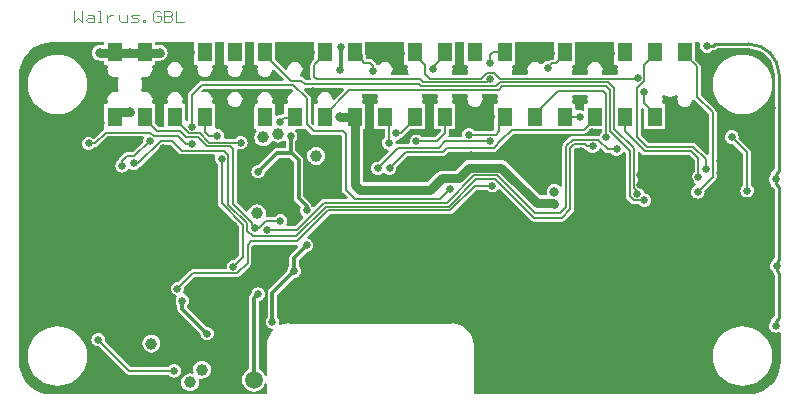
<source format=gbl>
G04 Layer_Physical_Order=2*
G04 Layer_Color=65280*
%FSLAX43Y43*%
%MOMM*%
G71*
G01*
G75*
%ADD47C,0.800*%
%ADD48C,0.152*%
%ADD49C,0.300*%
%ADD50C,0.200*%
%ADD51C,0.250*%
%ADD58C,0.125*%
%ADD59C,1.000*%
%ADD60C,1.500*%
%ADD61R,1.500X1.500*%
%ADD62C,0.800*%
%ADD63C,0.635*%
%ADD64R,1.270X1.650*%
G36*
X30652Y25588D02*
X30668Y25540D01*
X30609Y25396D01*
X30587Y25230D01*
X30609Y25064D01*
X30638Y24993D01*
X30542Y24840D01*
X30345D01*
Y22690D01*
X31217D01*
Y22010D01*
X31145Y21955D01*
X31054Y21836D01*
X30997Y21698D01*
X30978Y21550D01*
X30997Y21402D01*
X31054Y21264D01*
X31145Y21145D01*
X31264Y21054D01*
X31402Y20997D01*
X31520Y20982D01*
X31566Y20902D01*
X31583Y20828D01*
X30715Y19961D01*
X30625Y19972D01*
X30477Y19953D01*
X30339Y19896D01*
X30220Y19805D01*
X30129Y19686D01*
X30072Y19548D01*
X30053Y19400D01*
X30072Y19252D01*
X30129Y19114D01*
X30220Y18995D01*
X30339Y18904D01*
X30477Y18847D01*
X30625Y18828D01*
X30773Y18847D01*
X30911Y18904D01*
X31030Y18995D01*
X31220D01*
X31339Y18904D01*
X31477Y18847D01*
X31625Y18828D01*
X31773Y18847D01*
X31911Y18904D01*
X32030Y18995D01*
X32121Y19114D01*
X32178Y19252D01*
X32197Y19400D01*
X32186Y19490D01*
X33138Y20442D01*
X36125D01*
X36252Y20468D01*
X36360Y20540D01*
X36613Y20792D01*
X40450D01*
X40577Y20818D01*
X40685Y20890D01*
X41323Y21527D01*
X42138Y22342D01*
X48100D01*
X48227Y22368D01*
X48335Y22440D01*
X48585Y22690D01*
X49642D01*
Y22485D01*
X49570Y22430D01*
X49479Y22311D01*
X49460Y22264D01*
X49420Y22173D01*
X49275Y22158D01*
X47125D01*
X46998Y22132D01*
X46890Y22060D01*
X46340Y21510D01*
X46268Y21402D01*
X46242Y21275D01*
Y17874D01*
X46090Y17822D01*
X46039Y17889D01*
X45903Y17993D01*
X45745Y18058D01*
X45575Y18081D01*
X45405Y18058D01*
X45247Y17993D01*
X45111Y17889D01*
X45007Y17753D01*
X44942Y17595D01*
X44919Y17425D01*
X44941Y17258D01*
X44944Y17226D01*
X44848Y17106D01*
X44372D01*
X41564Y19914D01*
X41428Y20018D01*
X41270Y20083D01*
X41100Y20106D01*
X38375D01*
X38205Y20083D01*
X38047Y20018D01*
X37911Y19914D01*
X37203Y19206D01*
X36075D01*
X35905Y19183D01*
X35747Y19118D01*
X35611Y19014D01*
X34803Y18206D01*
X29397D01*
X29346Y18257D01*
Y22690D01*
X29575D01*
Y24840D01*
X29378D01*
X29282Y24993D01*
X29311Y25064D01*
X29333Y25230D01*
X29311Y25396D01*
X29252Y25540D01*
X29268Y25588D01*
X29331Y25692D01*
X30589D01*
X30652Y25588D01*
D02*
G37*
G36*
X48428Y25490D02*
X48389Y25396D01*
X48367Y25230D01*
X48389Y25064D01*
X48418Y24993D01*
X48322Y24840D01*
X48125D01*
Y24356D01*
X47972Y24287D01*
X47873Y24328D01*
X47725Y24347D01*
X47577Y24328D01*
X47507Y24299D01*
X47355Y24386D01*
Y24840D01*
X47158D01*
X47062Y24993D01*
X47091Y25064D01*
X47113Y25230D01*
X47091Y25396D01*
X47052Y25490D01*
X47135Y25642D01*
X48345D01*
X48428Y25490D01*
D02*
G37*
G36*
X27781Y26051D02*
X26943Y25214D01*
X26897Y25219D01*
X26787Y25273D01*
X26771Y25396D01*
X26707Y25552D01*
X26605Y25685D01*
X26472Y25787D01*
X26316Y25851D01*
X26150Y25873D01*
X25984Y25851D01*
X25829Y25787D01*
X25695Y25685D01*
X25593Y25552D01*
X25529Y25396D01*
X25507Y25230D01*
X25529Y25064D01*
X25558Y24993D01*
X25462Y24840D01*
X25265D01*
Y23155D01*
X25124Y23096D01*
X24967Y23253D01*
Y25325D01*
X24967Y25325D01*
X24942Y25452D01*
X24870Y25560D01*
X24385Y26045D01*
X24407Y26125D01*
X24453Y26192D01*
X27723D01*
X27781Y26051D01*
D02*
G37*
G36*
X40812Y25588D02*
X40828Y25540D01*
X40769Y25396D01*
X40747Y25230D01*
X40769Y25064D01*
X40798Y24993D01*
X40702Y24840D01*
X40505D01*
Y22690D01*
X40397Y22583D01*
X38810D01*
X38755Y22655D01*
X38636Y22746D01*
X38498Y22803D01*
X38350Y22822D01*
X38202Y22803D01*
X38064Y22746D01*
X37945Y22655D01*
X37854Y22536D01*
X37797Y22398D01*
X37778Y22250D01*
X37789Y22160D01*
X37689Y22008D01*
X36602D01*
X36567Y22092D01*
X36552Y22160D01*
X36617Y22258D01*
X36643Y22385D01*
Y22690D01*
X37195D01*
Y24840D01*
X36998D01*
X36902Y24993D01*
X36931Y25064D01*
X36953Y25230D01*
X36931Y25396D01*
X36872Y25540D01*
X36888Y25588D01*
X36951Y25692D01*
X38209D01*
X38272Y25588D01*
X38288Y25540D01*
X38229Y25396D01*
X38207Y25230D01*
X38229Y25064D01*
X38293Y24909D01*
X38395Y24775D01*
X38528Y24673D01*
X38684Y24609D01*
X38850Y24587D01*
X39016Y24609D01*
X39172Y24673D01*
X39305Y24775D01*
X39407Y24909D01*
X39471Y25064D01*
X39493Y25230D01*
X39471Y25396D01*
X39412Y25540D01*
X39428Y25588D01*
X39491Y25692D01*
X40749D01*
X40812Y25588D01*
D02*
G37*
G36*
X54834Y25589D02*
X55088Y25484D01*
X55360Y25448D01*
X55632Y25484D01*
X55886Y25589D01*
X55907Y25606D01*
X55929Y25598D01*
X56013Y25406D01*
X56009Y25396D01*
X55987Y25230D01*
X56009Y25064D01*
X56073Y24909D01*
X56175Y24775D01*
X56308Y24673D01*
X56464Y24609D01*
X56630Y24587D01*
X56796Y24609D01*
X56951Y24673D01*
X57085Y24775D01*
X57187Y24909D01*
X57251Y25064D01*
X57263Y25155D01*
X57299Y25179D01*
X57424Y25206D01*
X58642Y23987D01*
Y20594D01*
X58490Y20531D01*
X57585Y21435D01*
X57477Y21507D01*
X57350Y21533D01*
X53563D01*
X52933Y22163D01*
Y24456D01*
X53085Y24519D01*
X53205Y24400D01*
Y22690D01*
X54975D01*
Y24840D01*
X54778D01*
X54682Y24993D01*
X54711Y25064D01*
X54733Y25230D01*
X54711Y25396D01*
X54707Y25406D01*
X54791Y25598D01*
X54813Y25606D01*
X54834Y25589D01*
D02*
G37*
G36*
X24965Y22315D02*
X25073Y22243D01*
X25200Y22217D01*
X27543D01*
X27609Y22151D01*
Y17558D01*
X27634Y17431D01*
X27706Y17323D01*
X28081Y16949D01*
X28023Y16808D01*
X26075D01*
X25948Y16782D01*
X25840Y16710D01*
X25840Y16710D01*
X25241Y16112D01*
X25065Y16151D01*
X25005Y16230D01*
X24995Y16237D01*
X24977Y16330D01*
X24888Y16463D01*
X24888Y16463D01*
X24333Y17018D01*
Y20062D01*
X24302Y20219D01*
X24213Y20351D01*
X24213Y20351D01*
X23658Y20906D01*
Y21724D01*
X23746Y21839D01*
X23803Y21977D01*
X23822Y22125D01*
X23803Y22273D01*
X23746Y22411D01*
X23655Y22530D01*
X23645Y22538D01*
X23696Y22690D01*
X24495D01*
Y22690D01*
X24562Y22718D01*
X24965Y22315D01*
D02*
G37*
G36*
X35732Y25588D02*
X35748Y25540D01*
X35689Y25396D01*
X35667Y25230D01*
X35689Y25064D01*
X35718Y24993D01*
X35622Y24840D01*
X35425D01*
Y22690D01*
X35977D01*
Y22523D01*
X35487Y22033D01*
X34360D01*
X34305Y22105D01*
X34186Y22196D01*
X34048Y22253D01*
X33900Y22272D01*
X33752Y22253D01*
X33614Y22196D01*
X33495Y22105D01*
X33404Y21986D01*
X33347Y21848D01*
X33328Y21700D01*
X33343Y21585D01*
X33253Y21433D01*
X32325D01*
X32259Y21420D01*
X32134Y21513D01*
X32120Y21536D01*
X32122Y21550D01*
X32108Y21658D01*
X32145Y21737D01*
X32222Y21809D01*
X32323Y21822D01*
X32461Y21879D01*
X32580Y21970D01*
X32646Y22056D01*
X32702Y22068D01*
X32810Y22140D01*
X33360Y22690D01*
X34655D01*
Y24840D01*
X34458D01*
X34362Y24993D01*
X34391Y25064D01*
X34413Y25230D01*
X34391Y25396D01*
X34332Y25540D01*
X34348Y25588D01*
X34411Y25692D01*
X35669D01*
X35732Y25588D01*
D02*
G37*
G36*
X23479Y26010D02*
X23455Y25902D01*
X23428Y25845D01*
X23288Y25787D01*
X23155Y25685D01*
X23053Y25552D01*
X22989Y25396D01*
X22967Y25230D01*
X22989Y25064D01*
X23018Y24993D01*
X22922Y24840D01*
X22725D01*
Y24102D01*
X22650Y23983D01*
X22523Y23957D01*
X22451Y23909D01*
X22350Y23922D01*
X22202Y23903D01*
X22108Y23864D01*
X21955Y23936D01*
Y24840D01*
X21758D01*
X21662Y24993D01*
X21691Y25064D01*
X21713Y25230D01*
X21691Y25396D01*
X21627Y25552D01*
X21525Y25685D01*
X21392Y25787D01*
X21236Y25851D01*
X21070Y25873D01*
X20904Y25851D01*
X20749Y25787D01*
X20615Y25685D01*
X20513Y25552D01*
X20449Y25396D01*
X20427Y25230D01*
X20449Y25064D01*
X20478Y24993D01*
X20382Y24840D01*
X20185D01*
Y22690D01*
X20309D01*
X20351Y22623D01*
X20373Y22538D01*
X20270Y22403D01*
X20194Y22221D01*
X20169Y22025D01*
X20194Y21829D01*
X20270Y21647D01*
X20390Y21490D01*
X20547Y21370D01*
X20729Y21294D01*
X20925Y21269D01*
X21121Y21294D01*
X21303Y21370D01*
X21460Y21490D01*
X21579Y21645D01*
X21580Y21647D01*
X21765Y21694D01*
X21797Y21670D01*
X21979Y21594D01*
X22175Y21569D01*
X22371Y21594D01*
X22553Y21670D01*
X22640Y21737D01*
X22820Y21731D01*
X22842Y21712D01*
Y21118D01*
X22085D01*
X21929Y21087D01*
X21797Y20998D01*
X21797Y20998D01*
X20495Y19697D01*
X20352Y19678D01*
X20214Y19621D01*
X20095Y19530D01*
X20004Y19411D01*
X19947Y19273D01*
X19928Y19125D01*
X19947Y18977D01*
X20004Y18839D01*
X20095Y18720D01*
X20214Y18629D01*
X20352Y18572D01*
X20500Y18553D01*
X20648Y18572D01*
X20786Y18629D01*
X20905Y18720D01*
X20996Y18839D01*
X21053Y18977D01*
X21072Y19120D01*
X22254Y20302D01*
X23109D01*
X23517Y19894D01*
Y16849D01*
X23517Y16849D01*
X23548Y16693D01*
X23637Y16561D01*
X24099Y16098D01*
X24047Y15973D01*
X24028Y15825D01*
X24047Y15677D01*
X24104Y15539D01*
X24195Y15420D01*
X24274Y15360D01*
X24313Y15184D01*
X23637Y14508D01*
X22943D01*
X22868Y14660D01*
X22871Y14664D01*
X22928Y14802D01*
X22947Y14950D01*
X22928Y15098D01*
X22871Y15236D01*
X22780Y15355D01*
X22661Y15446D01*
X22523Y15503D01*
X22375Y15522D01*
X22227Y15503D01*
X22089Y15446D01*
X21970Y15355D01*
X21915Y15283D01*
X21245D01*
X21166Y15367D01*
X21141Y15404D01*
X21134Y15430D01*
X21156Y15600D01*
X21131Y15796D01*
X21055Y15978D01*
X20935Y16135D01*
X20778Y16255D01*
X20596Y16331D01*
X20400Y16356D01*
X20204Y16331D01*
X20022Y16255D01*
X19865Y16135D01*
X19745Y15978D01*
X19669Y15796D01*
X19666Y15770D01*
X19505Y15715D01*
X18683Y16538D01*
Y20937D01*
X18814Y21038D01*
X18831Y21041D01*
X18877Y21022D01*
X19025Y21003D01*
X19173Y21022D01*
X19311Y21079D01*
X19430Y21170D01*
X19521Y21289D01*
X19578Y21427D01*
X19597Y21575D01*
X19578Y21723D01*
X19521Y21861D01*
X19430Y21980D01*
X19311Y22071D01*
X19173Y22128D01*
X19025Y22147D01*
X18877Y22128D01*
X18739Y22071D01*
X18620Y21980D01*
X18565Y21908D01*
X17711D01*
X17611Y22060D01*
X17622Y22150D01*
X17603Y22298D01*
X17546Y22436D01*
X17455Y22555D01*
X17336Y22646D01*
X17198Y22703D01*
X17050Y22722D01*
X17028Y22719D01*
X16875Y22850D01*
Y24840D01*
X16678D01*
X16582Y24993D01*
X16611Y25064D01*
X16633Y25230D01*
X16611Y25396D01*
X16547Y25552D01*
X16445Y25685D01*
X16312Y25787D01*
X16156Y25851D01*
X15990Y25873D01*
X15824Y25851D01*
X15761Y25825D01*
X15675Y25955D01*
X15863Y26142D01*
X23347D01*
X23479Y26010D01*
D02*
G37*
G36*
X32885Y28160D02*
X33082D01*
X33178Y28007D01*
X33149Y27936D01*
X33127Y27770D01*
X33149Y27604D01*
X33213Y27448D01*
X33243Y27410D01*
X33167Y27258D01*
X31833D01*
X31757Y27410D01*
X31787Y27448D01*
X31851Y27604D01*
X31873Y27770D01*
X31851Y27936D01*
X31787Y28091D01*
X31685Y28225D01*
X31552Y28327D01*
X31396Y28391D01*
X31230Y28413D01*
X31064Y28391D01*
X30909Y28327D01*
X30775Y28225D01*
X30731Y28166D01*
X30664Y28120D01*
X30518Y28176D01*
X30507Y28227D01*
X30435Y28335D01*
X30210Y28560D01*
X30102Y28632D01*
X29975Y28658D01*
X29613D01*
X29593Y28678D01*
Y28965D01*
X29593Y28965D01*
X29575Y29054D01*
Y30069D01*
X32885D01*
Y28160D01*
D02*
G37*
G36*
X45585Y28608D02*
X45375D01*
X45248Y28582D01*
X45140Y28510D01*
X45090Y28461D01*
X45000Y28472D01*
X44852Y28453D01*
X44714Y28396D01*
X44595Y28305D01*
X44555Y28253D01*
X44417Y28230D01*
X44384Y28234D01*
X44362Y28242D01*
X44251Y28327D01*
X44096Y28391D01*
X43930Y28413D01*
X43764Y28391D01*
X43609Y28327D01*
X43475Y28225D01*
X43373Y28091D01*
X43309Y27936D01*
X43287Y27770D01*
X43309Y27604D01*
X43358Y27485D01*
X43290Y27333D01*
X42030D01*
X41962Y27485D01*
X42011Y27604D01*
X42033Y27770D01*
X42011Y27936D01*
X41982Y28007D01*
X42078Y28160D01*
X42275D01*
Y30069D01*
X45585D01*
Y28608D01*
D02*
G37*
G36*
X50665Y28160D02*
X50862D01*
X50958Y28007D01*
X50929Y27936D01*
X50907Y27770D01*
X50929Y27604D01*
X50978Y27485D01*
X50910Y27333D01*
X49650D01*
X49582Y27485D01*
X49631Y27604D01*
X49653Y27770D01*
X49631Y27936D01*
X49567Y28091D01*
X49465Y28225D01*
X49332Y28327D01*
X49176Y28391D01*
X49010Y28413D01*
X48844Y28391D01*
X48688Y28327D01*
X48555Y28225D01*
X48453Y28091D01*
X48389Y27936D01*
X48367Y27770D01*
X48389Y27604D01*
X48438Y27485D01*
X48370Y27333D01*
X47110D01*
X47042Y27485D01*
X47091Y27604D01*
X47113Y27770D01*
X47091Y27936D01*
X47062Y28007D01*
X47158Y28160D01*
X47355D01*
Y30069D01*
X50665D01*
Y28160D01*
D02*
G37*
G36*
X37965D02*
X38162D01*
X38258Y28007D01*
X38229Y27936D01*
X38207Y27770D01*
X38229Y27604D01*
X38278Y27485D01*
X38210Y27333D01*
X36950D01*
X36882Y27485D01*
X36931Y27604D01*
X36953Y27770D01*
X36931Y27936D01*
X36902Y28007D01*
X36998Y28160D01*
X37195D01*
Y30069D01*
X37965D01*
Y28160D01*
D02*
G37*
G36*
X25265Y28610D02*
X25015Y28360D01*
X24943Y28252D01*
X24917Y28125D01*
Y27125D01*
X24940Y27010D01*
X24938Y26991D01*
X24853Y26858D01*
X24563D01*
X24360Y27060D01*
X24252Y27132D01*
X24125Y27158D01*
X24110D01*
X24058Y27310D01*
X24065Y27315D01*
X24167Y27448D01*
X24231Y27604D01*
X24253Y27770D01*
X24231Y27936D01*
X24167Y28091D01*
X24065Y28225D01*
X23931Y28327D01*
X23776Y28391D01*
X23610Y28413D01*
X23444Y28391D01*
X23288Y28327D01*
X23155Y28225D01*
X23053Y28091D01*
X22989Y27936D01*
X22970Y27791D01*
X22910Y27753D01*
X22819Y27727D01*
X21955Y28590D01*
Y30069D01*
X25265D01*
Y28610D01*
D02*
G37*
G36*
X3000Y30069D02*
X3000Y30069D01*
X7485D01*
Y29831D01*
X7095D01*
X6925Y29808D01*
X6767Y29743D01*
X6631Y29639D01*
X6527Y29503D01*
X6462Y29345D01*
X6439Y29175D01*
X6462Y29005D01*
X6527Y28847D01*
X6631Y28711D01*
X6767Y28607D01*
X6925Y28542D01*
X7095Y28519D01*
X7485D01*
Y28160D01*
X7682D01*
X7778Y28007D01*
X7749Y27936D01*
X7727Y27770D01*
X7749Y27604D01*
X7813Y27448D01*
X7915Y27315D01*
X8049Y27213D01*
X8204Y27149D01*
X8370Y27127D01*
X8536Y27149D01*
X8546Y27153D01*
X8738Y27069D01*
X8746Y27047D01*
X8729Y27026D01*
X8624Y26772D01*
X8589Y26500D01*
X8624Y26228D01*
X8729Y25974D01*
X8746Y25953D01*
X8738Y25931D01*
X8546Y25847D01*
X8536Y25851D01*
X8370Y25873D01*
X8204Y25851D01*
X8049Y25787D01*
X7915Y25685D01*
X7813Y25552D01*
X7749Y25396D01*
X7727Y25230D01*
X7749Y25064D01*
X7778Y24993D01*
X7682Y24840D01*
X7485D01*
Y22735D01*
X7473Y22732D01*
X7365Y22660D01*
X6606Y21901D01*
X6555Y21905D01*
X6436Y21996D01*
X6298Y22053D01*
X6150Y22072D01*
X6002Y22053D01*
X5864Y21996D01*
X5745Y21905D01*
X5654Y21786D01*
X5597Y21648D01*
X5578Y21500D01*
X5597Y21352D01*
X5654Y21214D01*
X5745Y21095D01*
X5864Y21004D01*
X6002Y20947D01*
X6150Y20928D01*
X6298Y20947D01*
X6436Y21004D01*
X6555Y21095D01*
X6610Y21167D01*
X6675D01*
X6802Y21193D01*
X6910Y21265D01*
X7738Y22092D01*
X10736D01*
X10810Y21940D01*
X10772Y21848D01*
X10753Y21700D01*
X10760Y21640D01*
X9877Y20757D01*
X9400D01*
X9263Y20730D01*
X9148Y20652D01*
X8723Y20227D01*
X8645Y20112D01*
X8634Y20053D01*
X8570Y20005D01*
X8479Y19886D01*
X8422Y19748D01*
X8403Y19600D01*
X8422Y19452D01*
X8479Y19314D01*
X8570Y19195D01*
X8689Y19104D01*
X8827Y19047D01*
X8975Y19028D01*
X9123Y19047D01*
X9261Y19104D01*
X9380Y19195D01*
X9471Y19314D01*
X9653Y19356D01*
X9689Y19329D01*
X9827Y19272D01*
X9975Y19253D01*
X10123Y19272D01*
X10261Y19329D01*
X10380Y19420D01*
X10450Y19512D01*
X10477Y19518D01*
X10585Y19590D01*
X12388Y21392D01*
X13062D01*
X13790Y20665D01*
X13898Y20593D01*
X14025Y20567D01*
X16762D01*
X16864Y20415D01*
X16847Y20373D01*
X16828Y20225D01*
X16847Y20077D01*
X16904Y19939D01*
X16995Y19820D01*
X17067Y19765D01*
Y16425D01*
X17093Y16298D01*
X17165Y16190D01*
X18892Y14462D01*
Y12038D01*
X18490Y11636D01*
X18400Y11647D01*
X18252Y11628D01*
X18114Y11571D01*
X17995Y11480D01*
X17904Y11361D01*
X17847Y11223D01*
X17828Y11075D01*
X17839Y10985D01*
X17739Y10833D01*
X14950D01*
X14950Y10833D01*
X14823Y10807D01*
X14715Y10735D01*
X13753Y9773D01*
X13663Y9785D01*
X13514Y9765D01*
X13376Y9708D01*
X13258Y9617D01*
X13167Y9499D01*
X13110Y9361D01*
X13090Y9212D01*
X13110Y9064D01*
X13167Y8926D01*
X13258Y8808D01*
X13376Y8717D01*
X13514Y8660D01*
X13537Y8657D01*
X13604Y8494D01*
X13579Y8461D01*
X13522Y8323D01*
X13503Y8175D01*
X13522Y8027D01*
X13579Y7889D01*
X13667Y7774D01*
Y7500D01*
X13667Y7500D01*
X13698Y7344D01*
X13787Y7212D01*
X15603Y5395D01*
X15622Y5252D01*
X15679Y5114D01*
X15770Y4995D01*
X15889Y4904D01*
X16027Y4847D01*
X16175Y4828D01*
X16323Y4847D01*
X16461Y4904D01*
X16580Y4995D01*
X16671Y5114D01*
X16728Y5252D01*
X16747Y5400D01*
X16728Y5548D01*
X16671Y5686D01*
X16580Y5805D01*
X16461Y5896D01*
X16323Y5953D01*
X16180Y5972D01*
X14483Y7669D01*
Y7774D01*
X14571Y7889D01*
X14628Y8027D01*
X14647Y8175D01*
X14628Y8323D01*
X14571Y8461D01*
X14480Y8580D01*
X14361Y8671D01*
X14223Y8728D01*
X14200Y8731D01*
X14133Y8894D01*
X14158Y8926D01*
X14215Y9064D01*
X14235Y9212D01*
X14223Y9303D01*
X15088Y10167D01*
X18700D01*
X18827Y10193D01*
X18935Y10265D01*
X19835Y11165D01*
X19835Y11165D01*
X19907Y11273D01*
X19933Y11400D01*
X19933Y11400D01*
Y12762D01*
X20063Y12892D01*
X23825D01*
X23825Y12892D01*
X23900Y12752D01*
X23262Y12113D01*
X23173Y11981D01*
X23142Y11825D01*
X23142Y11825D01*
Y11101D01*
X23054Y10986D01*
X22997Y10848D01*
X22978Y10705D01*
X21412Y9138D01*
X21323Y9006D01*
X21292Y8850D01*
X21292Y8850D01*
Y6801D01*
X21204Y6686D01*
X21147Y6548D01*
X21128Y6400D01*
X21147Y6252D01*
X21204Y6114D01*
X21295Y5995D01*
X21414Y5904D01*
X21552Y5847D01*
X21681Y5830D01*
X21701Y5807D01*
X21714Y5786D01*
X21750Y5680D01*
X21551Y5439D01*
X21381Y5119D01*
X21276Y4773D01*
X21240Y4412D01*
X21244D01*
Y1846D01*
X21092Y1816D01*
X21014Y2004D01*
X20853Y2213D01*
X20644Y2373D01*
X20548Y2413D01*
Y8184D01*
X20648Y8197D01*
X20786Y8254D01*
X20905Y8345D01*
X20996Y8464D01*
X21053Y8602D01*
X21072Y8750D01*
X21053Y8898D01*
X20996Y9036D01*
X20905Y9155D01*
X20786Y9246D01*
X20648Y9303D01*
X20500Y9322D01*
X20352Y9303D01*
X20214Y9246D01*
X20095Y9155D01*
X20004Y9036D01*
X19947Y8898D01*
X19928Y8755D01*
X19852Y8678D01*
X19763Y8546D01*
X19732Y8390D01*
X19732Y8390D01*
Y2413D01*
X19636Y2373D01*
X19427Y2213D01*
X19267Y2004D01*
X19166Y1761D01*
X19131Y1500D01*
X19166Y1239D01*
X19267Y996D01*
X19427Y787D01*
X19636Y627D01*
X19879Y526D01*
X20140Y491D01*
X20401Y526D01*
X20644Y627D01*
X20853Y787D01*
X21014Y996D01*
X21092Y1184D01*
X21244Y1154D01*
Y256D01*
X3152D01*
X3150Y256D01*
X3000Y256D01*
X2851Y264D01*
X2570Y286D01*
X2151Y387D01*
X1753Y552D01*
X1385Y777D01*
X1057Y1057D01*
X777Y1385D01*
X552Y1753D01*
X387Y2151D01*
X286Y2570D01*
X253Y2988D01*
X256Y3000D01*
X256Y3000D01*
Y27325D01*
X256Y27325D01*
X253Y27337D01*
X286Y27755D01*
X387Y28174D01*
X552Y28572D01*
X777Y28940D01*
X1057Y29268D01*
X1385Y29548D01*
X1753Y29773D01*
X2151Y29938D01*
X2570Y30039D01*
X2988Y30072D01*
X3000Y30069D01*
D02*
G37*
G36*
X20185Y28160D02*
X20382D01*
X20478Y28007D01*
X20449Y27936D01*
X20427Y27770D01*
X20449Y27604D01*
X20513Y27448D01*
X20615Y27315D01*
X20749Y27213D01*
X20904Y27149D01*
X21070Y27127D01*
X21236Y27149D01*
X21392Y27213D01*
X21525Y27315D01*
X21627Y27448D01*
X21691Y27604D01*
X21702Y27687D01*
X21863Y27742D01*
X22656Y26949D01*
X22598Y26808D01*
X15725D01*
X15598Y26782D01*
X15490Y26710D01*
X14640Y25860D01*
X14568Y25752D01*
X14542Y25625D01*
Y23477D01*
X14488Y23425D01*
X14390Y23455D01*
X14335Y23508D01*
Y24840D01*
X14138D01*
X14042Y24993D01*
X14071Y25064D01*
X14093Y25230D01*
X14071Y25396D01*
X14007Y25552D01*
X13905Y25685D01*
X13771Y25787D01*
X13616Y25851D01*
X13450Y25873D01*
X13284Y25851D01*
X13128Y25787D01*
X12995Y25685D01*
X12893Y25552D01*
X12829Y25396D01*
X12807Y25230D01*
X12829Y25064D01*
X12858Y24993D01*
X12762Y24840D01*
X12565D01*
Y22883D01*
X12063D01*
X11795Y23150D01*
Y24840D01*
X11598D01*
X11502Y24993D01*
X11531Y25064D01*
X11553Y25230D01*
X11531Y25396D01*
X11467Y25552D01*
X11365Y25685D01*
X11231Y25787D01*
X11076Y25851D01*
X10910Y25873D01*
X10744Y25851D01*
X10734Y25847D01*
X10542Y25931D01*
X10534Y25953D01*
X10551Y25974D01*
X10656Y26228D01*
X10691Y26500D01*
X10656Y26772D01*
X10551Y27026D01*
X10534Y27047D01*
X10542Y27069D01*
X10734Y27153D01*
X10744Y27149D01*
X10910Y27127D01*
X11076Y27149D01*
X11231Y27213D01*
X11365Y27315D01*
X11467Y27448D01*
X11531Y27604D01*
X11553Y27770D01*
X11531Y27936D01*
X11502Y28007D01*
X11598Y28160D01*
X11795D01*
Y28519D01*
X12185D01*
X12355Y28542D01*
X12513Y28607D01*
X12649Y28711D01*
X12753Y28847D01*
X12818Y29005D01*
X12841Y29175D01*
X12818Y29345D01*
X12753Y29503D01*
X12649Y29639D01*
X12513Y29743D01*
X12355Y29808D01*
X12185Y29831D01*
X11795D01*
Y30069D01*
X15105D01*
Y28160D01*
X15302D01*
X15398Y28007D01*
X15369Y27936D01*
X15347Y27770D01*
X15369Y27604D01*
X15433Y27448D01*
X15535Y27315D01*
X15668Y27213D01*
X15824Y27149D01*
X15990Y27127D01*
X16156Y27149D01*
X16312Y27213D01*
X16445Y27315D01*
X16547Y27448D01*
X16611Y27604D01*
X16633Y27770D01*
X16611Y27936D01*
X16582Y28007D01*
X16678Y28160D01*
X16875D01*
Y30069D01*
X17645D01*
Y28160D01*
X17842D01*
X17938Y28007D01*
X17909Y27936D01*
X17887Y27770D01*
X17909Y27604D01*
X17973Y27448D01*
X18075Y27315D01*
X18208Y27213D01*
X18364Y27149D01*
X18530Y27127D01*
X18696Y27149D01*
X18851Y27213D01*
X18985Y27315D01*
X19087Y27448D01*
X19151Y27604D01*
X19173Y27770D01*
X19151Y27936D01*
X19122Y28007D01*
X19218Y28160D01*
X19415D01*
Y30069D01*
X20185D01*
Y28160D01*
D02*
G37*
G36*
X57955Y29917D02*
X57947Y29898D01*
X57928Y29750D01*
X57947Y29602D01*
X58004Y29464D01*
X58095Y29345D01*
X58214Y29254D01*
X58352Y29197D01*
X58500Y29178D01*
X58648Y29197D01*
X58786Y29254D01*
X58905Y29345D01*
X58941Y29393D01*
X59000D01*
X59146Y29422D01*
X59270Y29505D01*
X59308Y29543D01*
X62000D01*
X62015Y29546D01*
X62348Y29519D01*
X62687Y29438D01*
X63009Y29305D01*
X63306Y29123D01*
X63571Y28896D01*
X63798Y28631D01*
X63980Y28334D01*
X64113Y28012D01*
X64194Y27673D01*
X64221Y27340D01*
X64218Y27325D01*
Y19333D01*
X64030Y19145D01*
X63947Y19021D01*
X63923Y18901D01*
X63895Y18880D01*
X63804Y18761D01*
X63747Y18623D01*
X63728Y18475D01*
X63747Y18327D01*
X63804Y18189D01*
X63895Y18070D01*
X63923Y18049D01*
X63947Y17929D01*
X64030Y17805D01*
X64218Y17617D01*
Y11833D01*
X64155Y11770D01*
X64072Y11646D01*
X64054Y11555D01*
X64020Y11530D01*
X63929Y11411D01*
X63872Y11273D01*
X63853Y11125D01*
X63872Y10977D01*
X63929Y10839D01*
X64020Y10720D01*
X64048Y10699D01*
X64072Y10579D01*
X64155Y10455D01*
X64218Y10392D01*
Y6908D01*
X64030Y6720D01*
X63947Y6596D01*
X63923Y6476D01*
X63895Y6455D01*
X63804Y6336D01*
X63747Y6198D01*
X63728Y6050D01*
X63747Y5902D01*
X63804Y5764D01*
X63895Y5645D01*
X64014Y5554D01*
X64152Y5497D01*
X64300Y5478D01*
X64448Y5497D01*
X64586Y5554D01*
X64592Y5558D01*
X64744Y5483D01*
Y3000D01*
X64744Y3000D01*
X64746Y2988D01*
X64714Y2570D01*
X64613Y2151D01*
X64448Y1753D01*
X64223Y1385D01*
X63943Y1057D01*
X63615Y777D01*
X63247Y552D01*
X62849Y387D01*
X62430Y286D01*
X62150Y264D01*
X62000Y256D01*
X62000Y256D01*
X61850Y256D01*
X38756D01*
Y4412D01*
X38760D01*
X38724Y4773D01*
X38619Y5119D01*
X38449Y5439D01*
X38219Y5719D01*
X37939Y5949D01*
X37619Y6119D01*
X37273Y6224D01*
X36912Y6260D01*
Y6256D01*
X23087D01*
Y6260D01*
X22727Y6224D01*
X22381Y6119D01*
X22358Y6107D01*
X22238Y6216D01*
X22253Y6252D01*
X22272Y6400D01*
X22253Y6548D01*
X22196Y6686D01*
X22108Y6801D01*
Y8681D01*
X23555Y10128D01*
X23698Y10147D01*
X23836Y10204D01*
X23955Y10295D01*
X24046Y10414D01*
X24103Y10552D01*
X24122Y10700D01*
X24103Y10848D01*
X24046Y10986D01*
X23958Y11101D01*
Y11656D01*
X24605Y12303D01*
X24748Y12322D01*
X24886Y12379D01*
X25005Y12470D01*
X25096Y12589D01*
X25153Y12727D01*
X25172Y12875D01*
X25153Y13023D01*
X25096Y13161D01*
X25005Y13280D01*
X24886Y13371D01*
X24748Y13428D01*
X24718Y13432D01*
X24663Y13593D01*
X26563Y15492D01*
X36775D01*
X36902Y15518D01*
X37010Y15590D01*
X39013Y17592D01*
X39865D01*
X39920Y17520D01*
X40039Y17429D01*
X40177Y17372D01*
X40325Y17353D01*
X40473Y17372D01*
X40611Y17429D01*
X40730Y17520D01*
X40779Y17585D01*
X40961Y17618D01*
X43590Y14990D01*
X43698Y14918D01*
X43825Y14892D01*
X46225D01*
X46352Y14918D01*
X46460Y14990D01*
X47160Y15689D01*
X47160Y15689D01*
X47232Y15797D01*
X47257Y15925D01*
X47257Y15925D01*
Y21017D01*
X47383Y21142D01*
X48037D01*
X48140Y21040D01*
X48248Y20968D01*
X48363Y20945D01*
X48420Y20870D01*
X48539Y20779D01*
X48677Y20722D01*
X48825Y20703D01*
X48973Y20722D01*
X49111Y20779D01*
X49230Y20870D01*
X49321Y20989D01*
X49351Y21063D01*
X49519Y21111D01*
X49865Y20765D01*
X49973Y20693D01*
X50100Y20667D01*
X50100Y20667D01*
X50390D01*
X50445Y20595D01*
X50564Y20504D01*
X50702Y20447D01*
X50850Y20428D01*
X50998Y20447D01*
X51136Y20504D01*
X51255Y20595D01*
X51346Y20714D01*
X51363Y20756D01*
X51517Y20797D01*
X51617Y20714D01*
Y17050D01*
X51643Y16923D01*
X51715Y16815D01*
X52065Y16465D01*
X52065Y16465D01*
X52173Y16393D01*
X52300Y16367D01*
X52300Y16367D01*
X52740D01*
X52795Y16295D01*
X52914Y16204D01*
X53052Y16147D01*
X53200Y16128D01*
X53348Y16147D01*
X53486Y16204D01*
X53605Y16295D01*
X53696Y16414D01*
X53753Y16552D01*
X53772Y16700D01*
X53753Y16848D01*
X53696Y16986D01*
X53605Y17105D01*
X53486Y17196D01*
X53348Y17253D01*
X53200Y17272D01*
X53170Y17268D01*
X53153Y17398D01*
X53096Y17536D01*
X53005Y17655D01*
X52886Y17746D01*
X52748Y17803D01*
X52655Y17815D01*
X52633Y17838D01*
Y20773D01*
X52774Y20831D01*
X52990Y20615D01*
X53098Y20543D01*
X53225Y20517D01*
X53225Y20517D01*
X57037D01*
X57442Y20112D01*
Y19110D01*
X57370Y19055D01*
X57279Y18936D01*
X57222Y18798D01*
X57203Y18650D01*
X57222Y18502D01*
X57279Y18364D01*
X57370Y18245D01*
X57489Y18154D01*
X57597Y18109D01*
X57601Y17993D01*
X57592Y17955D01*
X57577Y17953D01*
X57439Y17896D01*
X57320Y17805D01*
X57229Y17686D01*
X57172Y17548D01*
X57153Y17400D01*
X57172Y17252D01*
X57229Y17114D01*
X57320Y16995D01*
X57439Y16904D01*
X57577Y16847D01*
X57725Y16828D01*
X57873Y16847D01*
X58011Y16904D01*
X58130Y16995D01*
X58221Y17114D01*
X58278Y17252D01*
X58297Y17400D01*
X58286Y17490D01*
X59210Y18415D01*
X59282Y18523D01*
X59308Y18650D01*
Y24125D01*
X59308Y24125D01*
X59282Y24252D01*
X59210Y24360D01*
X57958Y25613D01*
Y28025D01*
X57932Y28152D01*
X57860Y28260D01*
X57515Y28605D01*
Y30069D01*
X57853D01*
X57955Y29917D01*
D02*
G37*
%LPC*%
G36*
X25400Y21206D02*
X25204Y21181D01*
X25022Y21105D01*
X24865Y20985D01*
X24745Y20828D01*
X24669Y20646D01*
X24644Y20450D01*
X24669Y20254D01*
X24745Y20072D01*
X24865Y19915D01*
X25022Y19795D01*
X25204Y19719D01*
X25400Y19694D01*
X25596Y19719D01*
X25778Y19795D01*
X25935Y19915D01*
X26055Y20072D01*
X26131Y20254D01*
X26156Y20450D01*
X26131Y20646D01*
X26055Y20828D01*
X25935Y20985D01*
X25778Y21105D01*
X25596Y21181D01*
X25400Y21206D01*
D02*
G37*
G36*
X18530Y25873D02*
X18364Y25851D01*
X18208Y25787D01*
X18075Y25685D01*
X17973Y25552D01*
X17909Y25396D01*
X17887Y25230D01*
X17909Y25064D01*
X17973Y24909D01*
X18075Y24775D01*
X18208Y24673D01*
X18364Y24609D01*
X18530Y24587D01*
X18696Y24609D01*
X18851Y24673D01*
X18985Y24775D01*
X19087Y24909D01*
X19151Y25064D01*
X19173Y25230D01*
X19151Y25396D01*
X19087Y25552D01*
X18985Y25685D01*
X18851Y25787D01*
X18696Y25851D01*
X18530Y25873D01*
D02*
G37*
G36*
X11450Y5306D02*
X11254Y5281D01*
X11072Y5205D01*
X10915Y5085D01*
X10795Y4928D01*
X10719Y4746D01*
X10694Y4550D01*
X10719Y4354D01*
X10795Y4172D01*
X10915Y4015D01*
X11072Y3895D01*
X11254Y3819D01*
X11450Y3794D01*
X11646Y3819D01*
X11828Y3895D01*
X11985Y4015D01*
X12105Y4172D01*
X12181Y4354D01*
X12206Y4550D01*
X12181Y4746D01*
X12105Y4928D01*
X11985Y5085D01*
X11828Y5205D01*
X11646Y5281D01*
X11450Y5306D01*
D02*
G37*
G36*
X3500Y6019D02*
X3106Y5988D01*
X2722Y5895D01*
X2356Y5744D01*
X2020Y5538D01*
X1719Y5281D01*
X1462Y4980D01*
X1256Y4643D01*
X1105Y4278D01*
X1012Y3894D01*
X981Y3500D01*
X1012Y3106D01*
X1105Y2722D01*
X1256Y2356D01*
X1462Y2020D01*
X1719Y1719D01*
X2020Y1462D01*
X2356Y1256D01*
X2722Y1105D01*
X3106Y1012D01*
X3500Y981D01*
X3894Y1012D01*
X4278Y1105D01*
X4643Y1256D01*
X4980Y1462D01*
X5281Y1719D01*
X5538Y2020D01*
X5744Y2356D01*
X5895Y2722D01*
X5988Y3106D01*
X6019Y3500D01*
X5988Y3894D01*
X5895Y4278D01*
X5744Y4643D01*
X5538Y4980D01*
X5281Y5281D01*
X4980Y5538D01*
X4643Y5744D01*
X4278Y5895D01*
X3894Y5988D01*
X3500Y6019D01*
D02*
G37*
G36*
X15750Y3106D02*
X15554Y3081D01*
X15372Y3005D01*
X15215Y2885D01*
X15095Y2728D01*
X15019Y2546D01*
X14994Y2350D01*
X15019Y2154D01*
X15031Y2125D01*
X14921Y2006D01*
X14725Y2031D01*
X14529Y2006D01*
X14347Y1930D01*
X14190Y1810D01*
X14070Y1653D01*
X13994Y1471D01*
X13969Y1275D01*
X13994Y1079D01*
X14070Y897D01*
X14190Y740D01*
X14347Y620D01*
X14529Y544D01*
X14725Y519D01*
X14921Y544D01*
X15103Y620D01*
X15260Y740D01*
X15380Y897D01*
X15456Y1079D01*
X15481Y1275D01*
X15456Y1471D01*
X15444Y1500D01*
X15554Y1619D01*
X15750Y1594D01*
X15946Y1619D01*
X16128Y1695D01*
X16285Y1815D01*
X16405Y1972D01*
X16481Y2154D01*
X16506Y2350D01*
X16481Y2546D01*
X16405Y2728D01*
X16285Y2885D01*
X16128Y3005D01*
X15946Y3081D01*
X15750Y3106D01*
D02*
G37*
G36*
X6950Y5472D02*
X6802Y5453D01*
X6664Y5396D01*
X6545Y5305D01*
X6454Y5186D01*
X6397Y5048D01*
X6378Y4900D01*
X6397Y4752D01*
X6454Y4614D01*
X6545Y4495D01*
X6664Y4404D01*
X6802Y4347D01*
X6950Y4328D01*
X7040Y4339D01*
X9363Y2016D01*
X9471Y1944D01*
X9599Y1919D01*
X12916D01*
X12972Y1847D01*
X13090Y1756D01*
X13228Y1698D01*
X13376Y1679D01*
X13524Y1698D01*
X13663Y1756D01*
X13781Y1847D01*
X13872Y1965D01*
X13929Y2103D01*
X13949Y2251D01*
X13929Y2399D01*
X13872Y2537D01*
X13781Y2656D01*
X13663Y2747D01*
X13524Y2804D01*
X13376Y2824D01*
X13228Y2804D01*
X13090Y2747D01*
X12972Y2656D01*
X12916Y2584D01*
X9736D01*
X7511Y4810D01*
X7522Y4900D01*
X7503Y5048D01*
X7446Y5186D01*
X7355Y5305D01*
X7236Y5396D01*
X7098Y5453D01*
X6950Y5472D01*
D02*
G37*
G36*
X3500Y29019D02*
X3106Y28988D01*
X2722Y28895D01*
X2356Y28744D01*
X2020Y28538D01*
X1719Y28281D01*
X1462Y27980D01*
X1256Y27643D01*
X1105Y27278D01*
X1012Y26894D01*
X981Y26500D01*
X1012Y26106D01*
X1105Y25722D01*
X1256Y25357D01*
X1462Y25020D01*
X1719Y24719D01*
X2020Y24462D01*
X2356Y24256D01*
X2722Y24105D01*
X3106Y24012D01*
X3500Y23981D01*
X3894Y24012D01*
X4278Y24105D01*
X4643Y24256D01*
X4980Y24462D01*
X5281Y24719D01*
X5538Y25020D01*
X5744Y25357D01*
X5895Y25722D01*
X5988Y26106D01*
X6019Y26500D01*
X5988Y26894D01*
X5895Y27278D01*
X5744Y27643D01*
X5538Y27980D01*
X5281Y28281D01*
X4980Y28538D01*
X4643Y28744D01*
X4278Y28895D01*
X3894Y28988D01*
X3500Y29019D01*
D02*
G37*
G36*
X13450Y28413D02*
X13284Y28391D01*
X13128Y28327D01*
X12995Y28225D01*
X12893Y28091D01*
X12829Y27936D01*
X12807Y27770D01*
X12829Y27604D01*
X12893Y27448D01*
X12995Y27315D01*
X13128Y27213D01*
X13284Y27149D01*
X13450Y27127D01*
X13616Y27149D01*
X13771Y27213D01*
X13905Y27315D01*
X14007Y27448D01*
X14071Y27604D01*
X14093Y27770D01*
X14071Y27936D01*
X14007Y28091D01*
X13905Y28225D01*
X13771Y28327D01*
X13616Y28391D01*
X13450Y28413D01*
D02*
G37*
G36*
X61500Y6019D02*
X61106Y5988D01*
X60722Y5895D01*
X60357Y5744D01*
X60020Y5538D01*
X59719Y5281D01*
X59462Y4980D01*
X59256Y4643D01*
X59105Y4278D01*
X59012Y3894D01*
X58981Y3500D01*
X59012Y3106D01*
X59105Y2722D01*
X59256Y2356D01*
X59462Y2020D01*
X59719Y1719D01*
X60020Y1462D01*
X60357Y1256D01*
X60722Y1105D01*
X61106Y1012D01*
X61500Y981D01*
X61894Y1012D01*
X62278Y1105D01*
X62644Y1256D01*
X62980Y1462D01*
X63281Y1719D01*
X63538Y2020D01*
X63744Y2356D01*
X63895Y2722D01*
X63988Y3106D01*
X64019Y3500D01*
X63988Y3894D01*
X63895Y4278D01*
X63744Y4643D01*
X63538Y4980D01*
X63281Y5281D01*
X62980Y5538D01*
X62644Y5744D01*
X62278Y5895D01*
X61894Y5988D01*
X61500Y6019D01*
D02*
G37*
G36*
X61500Y29019D02*
X61106Y28988D01*
X60722Y28895D01*
X60356Y28744D01*
X60020Y28538D01*
X59719Y28281D01*
X59462Y27980D01*
X59256Y27643D01*
X59105Y27278D01*
X59012Y26894D01*
X58981Y26500D01*
X59012Y26106D01*
X59105Y25722D01*
X59256Y25357D01*
X59462Y25020D01*
X59719Y24719D01*
X60020Y24462D01*
X60356Y24256D01*
X60722Y24105D01*
X61106Y24012D01*
X61500Y23981D01*
X61894Y24012D01*
X62278Y24105D01*
X62643Y24256D01*
X62980Y24462D01*
X63281Y24719D01*
X63538Y25020D01*
X63744Y25357D01*
X63895Y25722D01*
X63988Y26106D01*
X64019Y26500D01*
X63988Y26894D01*
X63895Y27278D01*
X63744Y27643D01*
X63538Y27980D01*
X63281Y28281D01*
X62980Y28538D01*
X62643Y28744D01*
X62278Y28895D01*
X61894Y28988D01*
X61500Y29019D01*
D02*
G37*
G36*
X60600Y22622D02*
X60452Y22603D01*
X60314Y22546D01*
X60195Y22455D01*
X60104Y22336D01*
X60047Y22198D01*
X60028Y22050D01*
X60047Y21902D01*
X60104Y21764D01*
X60195Y21645D01*
X60314Y21554D01*
X60452Y21497D01*
X60600Y21478D01*
X60690Y21489D01*
X61567Y20612D01*
Y17960D01*
X61495Y17905D01*
X61404Y17786D01*
X61347Y17648D01*
X61328Y17500D01*
X61347Y17352D01*
X61404Y17214D01*
X61495Y17095D01*
X61614Y17004D01*
X61752Y16947D01*
X61900Y16928D01*
X62048Y16947D01*
X62186Y17004D01*
X62305Y17095D01*
X62396Y17214D01*
X62453Y17352D01*
X62472Y17500D01*
X62453Y17648D01*
X62396Y17786D01*
X62305Y17905D01*
X62233Y17960D01*
Y20750D01*
X62207Y20877D01*
X62135Y20985D01*
X61161Y21960D01*
X61172Y22050D01*
X61153Y22198D01*
X61096Y22336D01*
X61005Y22455D01*
X60886Y22546D01*
X60748Y22603D01*
X60600Y22622D01*
D02*
G37*
%LPD*%
D47*
X45534Y16400D02*
X45575D01*
X45484Y16450D02*
X45534Y16400D01*
X27450Y23775D02*
X28675D01*
X28685Y23785D01*
X7095Y29175D02*
X9635D01*
X8355D02*
X8360Y29180D01*
X10910D02*
X10915Y29175D01*
X10905D02*
X10910Y29180D01*
X8365Y29175D02*
X8370Y29180D01*
X10915Y29175D02*
X12185D01*
X9635D02*
X10905D01*
X28685Y23785D02*
X28690Y23780D01*
X28685Y23785D02*
X28690Y23790D01*
X8370Y23780D02*
X8375Y23785D01*
X8370Y23790D02*
X8375Y23785D01*
X37580Y23790D02*
X38850D01*
X49010Y29230D02*
X49015Y29225D01*
X43930Y29230D02*
X43935Y29225D01*
X31230Y29230D02*
X31235Y29225D01*
X23610Y29230D02*
X23615Y29225D01*
X22340Y29230D02*
X23610D01*
X13450D02*
X13455Y29225D01*
X38855Y23785D02*
X40125D01*
X38850Y23780D02*
X38855Y23785D01*
X38850Y23790D02*
X38855Y23785D01*
X56635D02*
X57905D01*
X56630Y23780D02*
X56635Y23785D01*
X56630Y23790D02*
X56635Y23785D01*
X55360Y23790D02*
X56630D01*
X49010Y29220D02*
X49015Y29225D01*
X43930Y29220D02*
X43935Y29225D01*
X31230Y29220D02*
X31235Y29225D01*
X23615D02*
X24885D01*
X23610Y29220D02*
X23615Y29225D01*
X13450Y29220D02*
X13455Y29225D01*
X14725D01*
X18245Y23780D02*
X18805D01*
X17275Y24750D02*
X18245Y23780D01*
X17275Y24750D02*
Y25200D01*
X19775Y24750D02*
Y25200D01*
X18805Y23780D02*
X19775Y24750D01*
X8375Y23785D02*
X8765Y24175D01*
X9650D01*
X28690Y17985D02*
Y23780D01*
Y17985D02*
X29125Y17550D01*
X35075D01*
X36075Y18550D01*
X37475D01*
X38375Y19450D01*
X41100D01*
X44100Y16450D01*
X45484D01*
X31175Y29175D02*
X31230Y29230D01*
X29950Y29175D02*
X31175D01*
X31235Y29225D02*
X31285Y29175D01*
X32500D01*
X43875D02*
X43930Y29230D01*
X42650Y29175D02*
X43875D01*
X43935Y29225D02*
X43985Y29175D01*
X45200D01*
X48955D02*
X49010Y29230D01*
X47750Y29175D02*
X48955D01*
X49015Y29225D02*
X49065Y29175D01*
X50275D01*
D48*
X57625Y25475D02*
Y28025D01*
X60600Y22050D02*
X61900Y20750D01*
X20600Y14375D02*
X21175Y14950D01*
X20200Y14375D02*
X20600D01*
X26150Y29025D02*
Y29220D01*
X25250Y28125D02*
X26150Y29025D01*
X25250Y27125D02*
Y28125D01*
X16170Y21255D02*
X18110D01*
X18350Y21015D01*
X11700Y22100D02*
X13725D01*
X10910Y23565D02*
X11925Y22550D01*
X13663Y9212D02*
X14950Y10500D01*
X50285Y22565D02*
X51950Y20900D01*
X52300Y17700D02*
Y21075D01*
X50625Y22750D02*
X52300Y21075D01*
X50625Y22750D02*
Y26200D01*
X50150Y26675D02*
X50625Y26200D01*
X40950Y26675D02*
X50150D01*
X53175Y24900D02*
Y25825D01*
Y24900D02*
X54090Y23985D01*
Y23780D02*
Y23985D01*
X53175Y26800D02*
Y28125D01*
X52600Y26225D02*
X53175Y26800D01*
X45750Y28275D02*
X46470Y28995D01*
X45375Y28275D02*
X45750D01*
X45000Y27900D02*
X45375Y28275D01*
X43930Y23980D02*
X45925Y25975D01*
X43930Y23780D02*
Y23980D01*
X53175Y28125D02*
X54090Y29040D01*
X10910Y23565D02*
Y24010D01*
X33900Y21700D02*
X35625D01*
X36310Y22385D01*
X46470Y28995D02*
Y29220D01*
X21070Y29005D02*
Y29220D01*
X36310Y22385D02*
Y23780D01*
X33770D02*
X33775Y23775D01*
X31225Y23775D02*
X31230Y23780D01*
X51550Y22525D02*
Y23780D01*
X54090Y29040D02*
Y29220D01*
X56630Y29020D02*
Y29220D01*
Y29020D02*
X57625Y28025D01*
X36310Y29010D02*
Y29220D01*
X35100Y27800D02*
X36310Y29010D01*
X40150Y28950D02*
X40420Y29220D01*
X41390D01*
X35100Y27800D02*
X35300D01*
X34655Y27395D02*
Y28145D01*
X33675Y29125D02*
X34655Y28145D01*
X31225Y23775D02*
X31550Y23450D01*
Y21550D02*
Y23450D01*
X49010Y23585D02*
Y23780D01*
X33770Y23570D02*
Y23780D01*
X32575Y22375D02*
X33770Y23570D01*
X32175Y22375D02*
X32575D01*
X46470Y23780D02*
X47720D01*
X26150D02*
Y23950D01*
X16340Y21575D02*
X19025D01*
X15400Y22025D02*
X16170Y21255D01*
X13450Y23550D02*
Y23780D01*
X21275Y14175D02*
X23775D01*
X26075Y16475D01*
X36475D01*
X19950Y14625D02*
X20200Y14375D01*
X52300Y17700D02*
X52700Y17300D01*
X52625Y17225D02*
X52700Y17300D01*
X52600Y17250D02*
X52625Y17225D01*
X51950Y17050D02*
Y20900D01*
Y17050D02*
X52300Y16700D01*
X53200D01*
X57725Y17400D02*
Y17400D01*
X61900Y17500D02*
Y20750D01*
X25250Y27125D02*
X25450Y26925D01*
X26150Y23950D02*
X28225Y26025D01*
X40875D01*
X48375Y21275D02*
X48825D01*
X57725Y17400D02*
X58975Y18650D01*
Y24125D01*
X57625Y25475D02*
X58975Y24125D01*
X50100Y21000D02*
X50850D01*
X13725Y22100D02*
X14375Y21450D01*
X14875D01*
Y22925D02*
Y25625D01*
X11925Y22550D02*
X13850D01*
X14375Y22025D01*
X15400D01*
X13450Y23550D02*
X14650Y22350D01*
X15565D01*
X16340Y21575D01*
X17950Y16325D02*
X19550Y14725D01*
X14025Y20900D02*
X17575D01*
X17950Y20525D01*
Y16325D02*
Y20525D01*
X17400Y16425D02*
Y20225D01*
X21175Y14950D02*
X22375D01*
X13200Y21725D02*
X14025Y20900D01*
X23480Y23650D02*
X23610Y23780D01*
X22350Y23350D02*
X22650Y23650D01*
X23480D01*
X41175Y26325D02*
X49950D01*
X50285Y25990D01*
Y22565D02*
Y25990D01*
X45925Y25975D02*
X49700D01*
X49975Y25700D01*
Y22025D02*
Y25700D01*
X34655Y27395D02*
X35050Y27000D01*
X25450Y26925D02*
X34225D01*
X34475Y26675D01*
X34075Y26525D02*
X34250Y26350D01*
X15990Y22485D02*
Y23780D01*
Y22485D02*
X16325Y22150D01*
X17050D01*
X9975Y19825D02*
X10350D01*
X12250Y21725D01*
X13200D01*
X18350Y16400D02*
Y21015D01*
Y16400D02*
X19950Y14800D01*
Y14625D02*
Y14800D01*
X19550Y14125D02*
Y14725D01*
Y14125D02*
X20050Y13625D01*
X18400Y11075D02*
X19225Y11900D01*
Y14600D01*
X17400Y16425D02*
X19225Y14600D01*
X14950Y10500D02*
X18700D01*
X19600Y11400D01*
Y12900D01*
X19925Y13225D01*
X20050Y13625D02*
X23725D01*
X26250Y16150D01*
X19925Y13225D02*
X23825D01*
X26425Y15825D01*
X35875Y16825D02*
X36725Y17675D01*
X36475Y16475D02*
X38800Y18800D01*
X40575Y18475D02*
X43825Y15225D01*
X46225D01*
X38800Y18800D02*
X40750D01*
X43950Y15600D01*
X46050D01*
X26250Y16150D02*
X36625D01*
X38950Y18475D01*
X40575D01*
X26425Y15825D02*
X36775D01*
X38875Y17925D01*
X40325D01*
X31625Y19400D02*
X33000Y20775D01*
X30625Y19400D02*
X32325Y21100D01*
X40600Y22250D02*
X40925Y22575D01*
Y23125D01*
X41390Y23590D01*
Y23780D01*
X38350Y22250D02*
X40600D01*
X40450Y21125D02*
X41088Y21762D01*
X32325Y21100D02*
X35775D01*
X36350Y21675D01*
X40125D01*
X33000Y20775D02*
X36125D01*
X36475Y21125D01*
X40450D01*
X57775Y18650D02*
Y20250D01*
X51550Y22525D02*
X53225Y20850D01*
X57175D01*
X57775Y20250D01*
X52600Y22025D02*
Y26225D01*
Y22025D02*
X53425Y21200D01*
X57350D01*
X58375Y20175D01*
Y19300D02*
Y20175D01*
X40475Y27500D02*
X40975Y27000D01*
X52625D01*
X34250Y26350D02*
X40625D01*
X40950Y26675D01*
X40875Y26025D02*
X41175Y26325D01*
X34475Y26675D02*
X39875D01*
X40150Y26950D01*
X35050Y27000D02*
X39400D01*
X39900Y27500D01*
X40475D01*
X21070Y29005D02*
X23250Y26825D01*
X14875Y25625D02*
X15725Y26475D01*
X23250Y26825D02*
X24125D01*
X24425Y26525D01*
X34075D01*
X6150Y21500D02*
X6675D01*
X7600Y22425D01*
X11375D01*
X11700Y22100D01*
X40150Y28300D02*
Y28950D01*
X28690Y29220D02*
X29005D01*
X29260Y28540D02*
Y28965D01*
X29005Y29220D02*
X29260Y28965D01*
Y28540D02*
X29475Y28325D01*
X29975D01*
X30200Y28100D01*
Y27675D02*
Y28100D01*
X9599Y2251D02*
X13376D01*
X6950Y4900D02*
X9599Y2251D01*
X41088Y21762D02*
X42000Y22675D01*
X48100D01*
X49010Y23585D01*
X47245Y21475D02*
X48175D01*
X48375Y21275D01*
X47125Y21825D02*
X49275D01*
X50100Y21000D01*
X46225Y15225D02*
X46925Y15925D01*
Y21155D01*
X47245Y21475D01*
X46050Y15600D02*
X46575Y16125D01*
Y21275D01*
X47125Y21825D01*
X28675Y16825D02*
X35875D01*
X27942Y17558D02*
X28675Y16825D01*
X25200Y22550D02*
X27681D01*
X27942Y22289D01*
Y17558D02*
Y22289D01*
X15725Y26475D02*
X23484D01*
X24635Y23115D02*
X25200Y22550D01*
X24635Y23115D02*
Y25325D01*
X23484Y26475D02*
X24635Y25325D01*
D49*
X22085Y20710D02*
X23250D01*
X20500Y19125D02*
X22085Y20710D01*
X23550Y11825D02*
X24600Y12875D01*
X23550Y10700D02*
Y11825D01*
X21700Y8850D02*
X23550Y10700D01*
X21700Y6400D02*
Y8850D01*
X27475Y27765D02*
Y29700D01*
X20140Y1500D02*
Y8390D01*
X20500Y8750D01*
X14075Y7500D02*
Y8175D01*
Y7500D02*
X16175Y5400D01*
X58500Y29750D02*
Y29775D01*
X24600Y15825D02*
Y16174D01*
X23925Y16849D02*
X24600Y16174D01*
X23925Y16849D02*
Y20062D01*
X23250Y20737D02*
X23925Y20062D01*
X23250Y20710D02*
Y20737D01*
Y22125D01*
D50*
X8975Y19600D02*
Y19975D01*
X9400Y20400D01*
X10025D01*
X11325Y21700D01*
D51*
X64600Y27325D02*
G03*
X62000Y29925I-2600J0D01*
G01*
X64425Y11125D02*
Y11500D01*
X64600Y11675D01*
X64425Y10725D02*
Y11125D01*
Y10725D02*
X64600Y10550D01*
X64300Y6050D02*
Y6450D01*
X64600Y6750D01*
Y10550D01*
X64300Y18475D02*
Y18875D01*
X64600Y19175D01*
Y27325D01*
X64300Y18075D02*
Y18475D01*
Y18075D02*
X64600Y17775D01*
Y11675D02*
Y17775D01*
X58500Y29775D02*
X59000D01*
X59150Y29925D01*
X62000D01*
D58*
X4900Y32750D02*
Y31750D01*
X5233Y32083D01*
X5566Y31750D01*
Y32750D01*
X6066Y32416D02*
X6400D01*
X6566Y32250D01*
Y31750D01*
X6066D01*
X5900Y31917D01*
X6066Y32083D01*
X6566D01*
X6899Y31750D02*
X7233D01*
X7066D01*
Y32750D01*
X6899D01*
X7732Y32416D02*
Y31750D01*
Y32083D01*
X7899Y32250D01*
X8066Y32416D01*
X8232D01*
X8732D02*
Y31917D01*
X8899Y31750D01*
X9399D01*
Y32416D01*
X9732Y31750D02*
X10232D01*
X10398Y31917D01*
X10232Y32083D01*
X9898D01*
X9732Y32250D01*
X9898Y32416D01*
X10398D01*
X10731Y31750D02*
Y31917D01*
X10898D01*
Y31750D01*
X10731D01*
X12231Y32583D02*
X12064Y32750D01*
X11731D01*
X11565Y32583D01*
Y31917D01*
X11731Y31750D01*
X12064D01*
X12231Y31917D01*
Y32250D01*
X11898D01*
X12564Y32750D02*
Y31750D01*
X13064D01*
X13231Y31917D01*
Y32083D01*
X13064Y32250D01*
X12564D01*
X13064D01*
X13231Y32416D01*
Y32583D01*
X13064Y32750D01*
X12564D01*
X13564D02*
Y31750D01*
X14230D01*
D59*
X20400Y15600D02*
D03*
X11450Y4550D02*
D03*
X14725Y1275D02*
D03*
X15750Y2350D02*
D03*
X25400Y20450D02*
D03*
X20925Y22025D02*
D03*
X22175Y22325D02*
D03*
D60*
X20140Y1500D02*
D03*
D61*
X17600D02*
D03*
D62*
X45250Y9725D02*
D03*
X30250Y7725D02*
D03*
X25900Y21725D02*
D03*
X27450Y23775D02*
D03*
X12185Y29175D02*
D03*
X7095D02*
D03*
X9635D02*
D03*
X40125Y23785D02*
D03*
X37580Y23790D02*
D03*
X57905Y23785D02*
D03*
X55360Y23790D02*
D03*
X24885Y29225D02*
D03*
X22340Y29230D02*
D03*
X14725Y29225D02*
D03*
X45575Y16400D02*
D03*
Y17425D02*
D03*
X18400Y14525D02*
D03*
X19700Y16825D02*
D03*
X17275Y25200D02*
D03*
X19775D02*
D03*
X9650Y24175D02*
D03*
X29950Y29175D02*
D03*
X32500D02*
D03*
X42650D02*
D03*
X45200D02*
D03*
X47750D02*
D03*
X50275D02*
D03*
D63*
X60600Y22050D02*
D03*
X63500Y11400D02*
D03*
X21275Y14175D02*
D03*
X24600Y15825D02*
D03*
Y12875D02*
D03*
X27450Y27740D02*
D03*
X27475Y29700D02*
D03*
X20200Y14375D02*
D03*
X36725Y17675D02*
D03*
X11325Y21700D02*
D03*
X8975Y19600D02*
D03*
X13663Y9212D02*
D03*
X40325Y17925D02*
D03*
X49975Y22025D02*
D03*
X53175Y25825D02*
D03*
X45000Y27900D02*
D03*
X52625Y27025D02*
D03*
X52850Y18825D02*
D03*
X60025Y11575D02*
D03*
X47800Y20100D02*
D03*
X57075Y19900D02*
D03*
X56000Y17900D02*
D03*
X59300Y11575D02*
D03*
X58575D02*
D03*
X57750Y13175D02*
D03*
X52850Y18000D02*
D03*
X47800Y20900D02*
D03*
X48750Y22450D02*
D03*
X45800Y20900D02*
D03*
X57075Y19075D02*
D03*
X57050Y18300D02*
D03*
X53600Y19575D02*
D03*
X6150Y21500D02*
D03*
X7000Y20850D02*
D03*
X2525Y16250D02*
D03*
X23550Y10700D02*
D03*
X23425Y7400D02*
D03*
X21700Y6400D02*
D03*
X16175Y5400D02*
D03*
X24130Y22125D02*
D03*
X23250D02*
D03*
X20500Y19125D02*
D03*
X19625Y20875D02*
D03*
X33900Y21700D02*
D03*
X9975Y19825D02*
D03*
X53200Y16700D02*
D03*
X55750Y15000D02*
D03*
X55000Y14250D02*
D03*
X56500Y14250D02*
D03*
X56500Y15750D02*
D03*
X55000Y15750D02*
D03*
X59625Y16025D02*
D03*
Y17025D02*
D03*
Y18025D02*
D03*
X58850Y17025D02*
D03*
X45800Y20100D02*
D03*
X45575Y12100D02*
D03*
Y12850D02*
D03*
Y13600D02*
D03*
X59625Y20025D02*
D03*
Y19025D02*
D03*
X59825Y13325D02*
D03*
X64300Y6050D02*
D03*
X64000Y24525D02*
D03*
X14075Y8175D02*
D03*
X20500Y8750D02*
D03*
X18050Y4550D02*
D03*
X18400Y11075D02*
D03*
X13750Y14400D02*
D03*
X21500Y17300D02*
D03*
X22750Y16775D02*
D03*
X10175Y3850D02*
D03*
X25450Y8250D02*
D03*
X35300Y27800D02*
D03*
X32175Y22375D02*
D03*
X31550Y21550D02*
D03*
X30625Y19400D02*
D03*
X31625D02*
D03*
X47725Y23775D02*
D03*
X64300Y18475D02*
D03*
X19025Y21575D02*
D03*
X17050Y22150D02*
D03*
X52600Y17250D02*
D03*
X57725Y17400D02*
D03*
X61900Y17500D02*
D03*
X64425Y11125D02*
D03*
X58500Y29750D02*
D03*
X48825Y21275D02*
D03*
X12625Y3925D02*
D03*
X58375Y19300D02*
D03*
X57775Y18650D02*
D03*
X50850Y21000D02*
D03*
X14875Y21450D02*
D03*
Y22925D02*
D03*
X17400Y20225D02*
D03*
X22375Y14950D02*
D03*
X24750Y18500D02*
D03*
Y19650D02*
D03*
X12450Y21125D02*
D03*
X7175Y23275D02*
D03*
X975Y22175D02*
D03*
Y23025D02*
D03*
Y23875D02*
D03*
X925Y17150D02*
D03*
X8950Y18150D02*
D03*
X53020Y12750D02*
D03*
X53220Y9925D02*
D03*
X54045Y9100D02*
D03*
X54045Y10750D02*
D03*
X53570Y6950D02*
D03*
X53570Y5300D02*
D03*
X52745Y6125D02*
D03*
X57155Y6225D02*
D03*
X57155Y7875D02*
D03*
X57980Y7050D02*
D03*
X56865Y9100D02*
D03*
X56865Y10750D02*
D03*
X57690Y9925D02*
D03*
X22350Y23350D02*
D03*
X38350Y22250D02*
D03*
X40125Y21675D02*
D03*
X40150Y26950D02*
D03*
Y28300D02*
D03*
X30200Y27675D02*
D03*
X13376Y2251D02*
D03*
X6950Y4900D02*
D03*
X30200Y20800D02*
D03*
X34500Y20000D02*
D03*
X38500Y20500D02*
D03*
X37500Y20000D02*
D03*
X35025Y25225D02*
D03*
X29975D02*
D03*
X35025Y22725D02*
D03*
X29975D02*
D03*
X47725Y25225D02*
D03*
X22325D02*
D03*
X18000Y6500D02*
D03*
Y7900D02*
D03*
X20300Y10100D02*
D03*
X16000Y8500D02*
D03*
X17500Y9500D02*
D03*
X25700Y12200D02*
D03*
X25600Y17200D02*
D03*
X14600Y20200D02*
D03*
X63850Y15200D02*
D03*
Y13700D02*
D03*
X10500Y18900D02*
D03*
X13750Y18250D02*
D03*
X37550Y27775D02*
D03*
X42650D02*
D03*
X47725D02*
D03*
X50250D02*
D03*
X12150Y25225D02*
D03*
Y26475D02*
D03*
X14650D02*
D03*
X14700Y27775D02*
D03*
X17250D02*
D03*
X19775D02*
D03*
X25100Y25900D02*
D03*
X52200Y11725D02*
D03*
D64*
X56630Y29235D02*
D03*
Y23765D02*
D03*
X54090Y29235D02*
D03*
Y23765D02*
D03*
X51550Y29235D02*
D03*
Y23765D02*
D03*
X49010Y29235D02*
D03*
Y23765D02*
D03*
X46470Y29235D02*
D03*
Y23765D02*
D03*
X43930Y29235D02*
D03*
Y23765D02*
D03*
X41390Y29235D02*
D03*
Y23765D02*
D03*
X38850Y29235D02*
D03*
Y23765D02*
D03*
X36310Y29235D02*
D03*
Y23765D02*
D03*
X33770Y29235D02*
D03*
Y23765D02*
D03*
X31230Y29235D02*
D03*
Y23765D02*
D03*
X28690Y29235D02*
D03*
Y23765D02*
D03*
X26150Y29235D02*
D03*
Y23765D02*
D03*
X23610Y29235D02*
D03*
Y23765D02*
D03*
X21070Y29235D02*
D03*
Y23765D02*
D03*
X18530Y29235D02*
D03*
Y23765D02*
D03*
X15990Y29235D02*
D03*
Y23765D02*
D03*
X13450Y29235D02*
D03*
Y23765D02*
D03*
X10910Y29235D02*
D03*
Y23765D02*
D03*
X8370D02*
D03*
Y29235D02*
D03*
M02*

</source>
